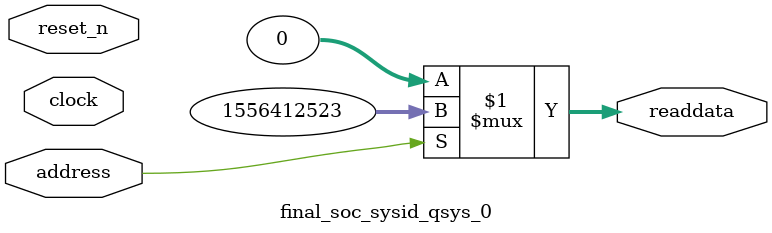
<source format=v>



// synthesis translate_off
`timescale 1ns / 1ps
// synthesis translate_on

// turn off superfluous verilog processor warnings 
// altera message_level Level1 
// altera message_off 10034 10035 10036 10037 10230 10240 10030 

module final_soc_sysid_qsys_0 (
               // inputs:
                address,
                clock,
                reset_n,

               // outputs:
                readdata
             )
;

  output  [ 31: 0] readdata;
  input            address;
  input            clock;
  input            reset_n;

  wire    [ 31: 0] readdata;
  //control_slave, which is an e_avalon_slave
  assign readdata = address ? 1556412523 : 0;

endmodule



</source>
